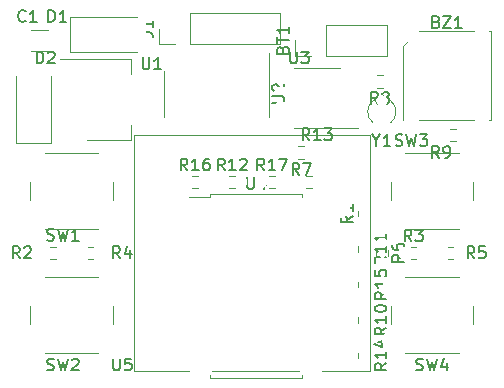
<source format=gto>
G04 #@! TF.GenerationSoftware,KiCad,Pcbnew,5.1.10*
G04 #@! TF.CreationDate,2021-12-26T14:37:38-06:00*
G04 #@! TF.ProjectId,notawatch,6e6f7461-7761-4746-9368-2e6b69636164,1*
G04 #@! TF.SameCoordinates,Original*
G04 #@! TF.FileFunction,Legend,Top*
G04 #@! TF.FilePolarity,Positive*
%FSLAX46Y46*%
G04 Gerber Fmt 4.6, Leading zero omitted, Abs format (unit mm)*
G04 Created by KiCad (PCBNEW 5.1.10) date 2021-12-26 14:37:38*
%MOMM*%
%LPD*%
G01*
G04 APERTURE LIST*
%ADD10C,0.120000*%
%ADD11C,0.150000*%
%ADD12C,0.100000*%
%ADD13R,1.500000X2.700000*%
%ADD14R,2.700000X1.500000*%
%ADD15C,2.000000*%
%ADD16R,2.000000X3.800000*%
%ADD17R,2.000000X1.500000*%
%ADD18C,1.524000*%
%ADD19C,1.000000*%
%ADD20R,1.700000X1.700000*%
%ADD21O,1.700000X1.700000*%
G04 APERTURE END LIST*
D10*
X158750000Y-102750000D02*
X158750000Y-95250000D01*
X158750000Y-95250000D02*
X152500000Y-95250000D01*
X152500000Y-95250000D02*
X151250000Y-96500000D01*
X151250000Y-96500000D02*
X151250000Y-102750000D01*
X151250000Y-102750000D02*
X158750000Y-102750000D01*
X123100000Y-97000000D02*
X128800000Y-97000000D01*
X123100000Y-94000000D02*
X123100000Y-97000000D01*
X128800000Y-94000000D02*
X123100000Y-94000000D01*
X121211252Y-95090000D02*
X119788748Y-95090000D01*
X121211252Y-96910000D02*
X119788748Y-96910000D01*
X118500000Y-99000000D02*
X118500000Y-104700000D01*
X118500000Y-104700000D02*
X121500000Y-104700000D01*
X121500000Y-104700000D02*
X121500000Y-99000000D01*
X148522500Y-110912258D02*
X148522500Y-110437742D01*
X147477500Y-110912258D02*
X147477500Y-110437742D01*
X121437742Y-114522500D02*
X121912258Y-114522500D01*
X121437742Y-113477500D02*
X121912258Y-113477500D01*
X151937742Y-113477500D02*
X152412258Y-113477500D01*
X151937742Y-114522500D02*
X152412258Y-114522500D01*
X125062258Y-113477500D02*
X124587742Y-113477500D01*
X125062258Y-114522500D02*
X124587742Y-114522500D01*
X155562258Y-114522500D02*
X155087742Y-114522500D01*
X155562258Y-113477500D02*
X155087742Y-113477500D01*
X150022500Y-113762742D02*
X150022500Y-114237258D01*
X148977500Y-113762742D02*
X148977500Y-114237258D01*
X142912258Y-106022500D02*
X142437742Y-106022500D01*
X142912258Y-104977500D02*
X142437742Y-104977500D01*
X149562258Y-98977500D02*
X149087742Y-98977500D01*
X149562258Y-100022500D02*
X149087742Y-100022500D01*
X155737258Y-104522500D02*
X155262742Y-104522500D01*
X155737258Y-103477500D02*
X155262742Y-103477500D01*
X147477500Y-119437742D02*
X147477500Y-119912258D01*
X148522500Y-119437742D02*
X148522500Y-119912258D01*
X147477500Y-113437742D02*
X147477500Y-113912258D01*
X148522500Y-113437742D02*
X148522500Y-113912258D01*
X136587742Y-107477500D02*
X137062258Y-107477500D01*
X136587742Y-108522500D02*
X137062258Y-108522500D01*
X143087742Y-107477500D02*
X143562258Y-107477500D01*
X143087742Y-108522500D02*
X143562258Y-108522500D01*
X147477500Y-122437742D02*
X147477500Y-122912258D01*
X148522500Y-122437742D02*
X148522500Y-122912258D01*
X148522500Y-116437742D02*
X148522500Y-116912258D01*
X147477500Y-116437742D02*
X147477500Y-116912258D01*
X133437742Y-108522500D02*
X133912258Y-108522500D01*
X133437742Y-107477500D02*
X133912258Y-107477500D01*
X139937742Y-108522500D02*
X140412258Y-108522500D01*
X139937742Y-107477500D02*
X140412258Y-107477500D01*
X121000000Y-112000000D02*
X125500000Y-112000000D01*
X119750000Y-108000000D02*
X119750000Y-109500000D01*
X125500000Y-105500000D02*
X121000000Y-105500000D01*
X126750000Y-109500000D02*
X126750000Y-108000000D01*
X126750000Y-120000000D02*
X126750000Y-118500000D01*
X125500000Y-116000000D02*
X121000000Y-116000000D01*
X119750000Y-118500000D02*
X119750000Y-120000000D01*
X121000000Y-122500000D02*
X125500000Y-122500000D01*
X157250000Y-109500000D02*
X157250000Y-108000000D01*
X156000000Y-105500000D02*
X151500000Y-105500000D01*
X150250000Y-108000000D02*
X150250000Y-109500000D01*
X151500000Y-112000000D02*
X156000000Y-112000000D01*
X151500000Y-122500000D02*
X156000000Y-122500000D01*
X150250000Y-118500000D02*
X150250000Y-120000000D01*
X156000000Y-116000000D02*
X151500000Y-116000000D01*
X157250000Y-120000000D02*
X157250000Y-118500000D01*
X122250000Y-97590000D02*
X128260000Y-97590000D01*
X124500000Y-104410000D02*
X128260000Y-104410000D01*
X128260000Y-97590000D02*
X128260000Y-98850000D01*
X128260000Y-104410000D02*
X128260000Y-103150000D01*
X139935000Y-100525000D02*
X139935000Y-97075000D01*
X139935000Y-100525000D02*
X139935000Y-102475000D01*
X131065000Y-100525000D02*
X131065000Y-98575000D01*
X131065000Y-100525000D02*
X131065000Y-102475000D01*
X144000000Y-103425000D02*
X147450000Y-103425000D01*
X144000000Y-103425000D02*
X142050000Y-103425000D01*
X144000000Y-98305000D02*
X145950000Y-98305000D01*
X144000000Y-98305000D02*
X142050000Y-98305000D01*
X134990000Y-109240000D02*
X133175000Y-109240000D01*
X134990000Y-108975000D02*
X134990000Y-109240000D01*
X138850000Y-108975000D02*
X134990000Y-108975000D01*
X142710000Y-108975000D02*
X142710000Y-109240000D01*
X138850000Y-108975000D02*
X142710000Y-108975000D01*
X134990000Y-124595000D02*
X134990000Y-124330000D01*
X138850000Y-124595000D02*
X134990000Y-124595000D01*
X142710000Y-124595000D02*
X142710000Y-124330000D01*
X138850000Y-124595000D02*
X142710000Y-124595000D01*
X128500000Y-124000000D02*
X148500000Y-124000000D01*
X148500000Y-124000000D02*
X148500000Y-104000000D01*
X148500000Y-104000000D02*
X128500000Y-104000000D01*
X128500000Y-104000000D02*
X128500000Y-124000000D01*
X148767137Y-101099783D02*
G75*
G03*
X148766856Y-103000000I732863J-950217D01*
G01*
X150232863Y-101099783D02*
G75*
G02*
X150233144Y-103000000I-732863J-950217D01*
G01*
X142170000Y-97330000D02*
X142170000Y-96000000D01*
X143500000Y-97330000D02*
X142170000Y-97330000D01*
X144770000Y-97330000D02*
X144770000Y-94670000D01*
X144770000Y-94670000D02*
X149910000Y-94670000D01*
X144770000Y-97330000D02*
X149910000Y-97330000D01*
X149910000Y-97330000D02*
X149910000Y-94670000D01*
X130630000Y-96330000D02*
X130630000Y-95000000D01*
X131960000Y-96330000D02*
X130630000Y-96330000D01*
X133230000Y-96330000D02*
X133230000Y-93670000D01*
X133230000Y-93670000D02*
X140910000Y-93670000D01*
X133230000Y-96330000D02*
X140910000Y-96330000D01*
X140910000Y-96330000D02*
X140910000Y-93670000D01*
D11*
X154119047Y-94428571D02*
X154261904Y-94476190D01*
X154309523Y-94523809D01*
X154357142Y-94619047D01*
X154357142Y-94761904D01*
X154309523Y-94857142D01*
X154261904Y-94904761D01*
X154166666Y-94952380D01*
X153785714Y-94952380D01*
X153785714Y-93952380D01*
X154119047Y-93952380D01*
X154214285Y-94000000D01*
X154261904Y-94047619D01*
X154309523Y-94142857D01*
X154309523Y-94238095D01*
X154261904Y-94333333D01*
X154214285Y-94380952D01*
X154119047Y-94428571D01*
X153785714Y-94428571D01*
X154690476Y-93952380D02*
X155357142Y-93952380D01*
X154690476Y-94952380D01*
X155357142Y-94952380D01*
X156261904Y-94952380D02*
X155690476Y-94952380D01*
X155976190Y-94952380D02*
X155976190Y-93952380D01*
X155880952Y-94095238D01*
X155785714Y-94190476D01*
X155690476Y-94238095D01*
X121261904Y-94452380D02*
X121261904Y-93452380D01*
X121500000Y-93452380D01*
X121642857Y-93500000D01*
X121738095Y-93595238D01*
X121785714Y-93690476D01*
X121833333Y-93880952D01*
X121833333Y-94023809D01*
X121785714Y-94214285D01*
X121738095Y-94309523D01*
X121642857Y-94404761D01*
X121500000Y-94452380D01*
X121261904Y-94452380D01*
X122785714Y-94452380D02*
X122214285Y-94452380D01*
X122500000Y-94452380D02*
X122500000Y-93452380D01*
X122404761Y-93595238D01*
X122309523Y-93690476D01*
X122214285Y-93738095D01*
X119333333Y-94357142D02*
X119285714Y-94404761D01*
X119142857Y-94452380D01*
X119047619Y-94452380D01*
X118904761Y-94404761D01*
X118809523Y-94309523D01*
X118761904Y-94214285D01*
X118714285Y-94023809D01*
X118714285Y-93880952D01*
X118761904Y-93690476D01*
X118809523Y-93595238D01*
X118904761Y-93500000D01*
X119047619Y-93452380D01*
X119142857Y-93452380D01*
X119285714Y-93500000D01*
X119333333Y-93547619D01*
X120285714Y-94452380D02*
X119714285Y-94452380D01*
X120000000Y-94452380D02*
X120000000Y-93452380D01*
X119904761Y-93595238D01*
X119809523Y-93690476D01*
X119714285Y-93738095D01*
X120261904Y-97952380D02*
X120261904Y-96952380D01*
X120500000Y-96952380D01*
X120642857Y-97000000D01*
X120738095Y-97095238D01*
X120785714Y-97190476D01*
X120833333Y-97380952D01*
X120833333Y-97523809D01*
X120785714Y-97714285D01*
X120738095Y-97809523D01*
X120642857Y-97904761D01*
X120500000Y-97952380D01*
X120261904Y-97952380D01*
X121214285Y-97047619D02*
X121261904Y-97000000D01*
X121357142Y-96952380D01*
X121595238Y-96952380D01*
X121690476Y-97000000D01*
X121738095Y-97047619D01*
X121785714Y-97142857D01*
X121785714Y-97238095D01*
X121738095Y-97380952D01*
X121166666Y-97952380D01*
X121785714Y-97952380D01*
X147022380Y-110841666D02*
X146546190Y-111175000D01*
X147022380Y-111413095D02*
X146022380Y-111413095D01*
X146022380Y-111032142D01*
X146070000Y-110936904D01*
X146117619Y-110889285D01*
X146212857Y-110841666D01*
X146355714Y-110841666D01*
X146450952Y-110889285D01*
X146498571Y-110936904D01*
X146546190Y-111032142D01*
X146546190Y-111413095D01*
X147022380Y-109889285D02*
X147022380Y-110460714D01*
X147022380Y-110175000D02*
X146022380Y-110175000D01*
X146165238Y-110270238D01*
X146260476Y-110365476D01*
X146308095Y-110460714D01*
X118833333Y-114452380D02*
X118500000Y-113976190D01*
X118261904Y-114452380D02*
X118261904Y-113452380D01*
X118642857Y-113452380D01*
X118738095Y-113500000D01*
X118785714Y-113547619D01*
X118833333Y-113642857D01*
X118833333Y-113785714D01*
X118785714Y-113880952D01*
X118738095Y-113928571D01*
X118642857Y-113976190D01*
X118261904Y-113976190D01*
X119214285Y-113547619D02*
X119261904Y-113500000D01*
X119357142Y-113452380D01*
X119595238Y-113452380D01*
X119690476Y-113500000D01*
X119738095Y-113547619D01*
X119785714Y-113642857D01*
X119785714Y-113738095D01*
X119738095Y-113880952D01*
X119166666Y-114452380D01*
X119785714Y-114452380D01*
X152008333Y-113022380D02*
X151675000Y-112546190D01*
X151436904Y-113022380D02*
X151436904Y-112022380D01*
X151817857Y-112022380D01*
X151913095Y-112070000D01*
X151960714Y-112117619D01*
X152008333Y-112212857D01*
X152008333Y-112355714D01*
X151960714Y-112450952D01*
X151913095Y-112498571D01*
X151817857Y-112546190D01*
X151436904Y-112546190D01*
X152341666Y-112022380D02*
X152960714Y-112022380D01*
X152627380Y-112403333D01*
X152770238Y-112403333D01*
X152865476Y-112450952D01*
X152913095Y-112498571D01*
X152960714Y-112593809D01*
X152960714Y-112831904D01*
X152913095Y-112927142D01*
X152865476Y-112974761D01*
X152770238Y-113022380D01*
X152484523Y-113022380D01*
X152389285Y-112974761D01*
X152341666Y-112927142D01*
X127333333Y-114452380D02*
X127000000Y-113976190D01*
X126761904Y-114452380D02*
X126761904Y-113452380D01*
X127142857Y-113452380D01*
X127238095Y-113500000D01*
X127285714Y-113547619D01*
X127333333Y-113642857D01*
X127333333Y-113785714D01*
X127285714Y-113880952D01*
X127238095Y-113928571D01*
X127142857Y-113976190D01*
X126761904Y-113976190D01*
X128190476Y-113785714D02*
X128190476Y-114452380D01*
X127952380Y-113404761D02*
X127714285Y-114119047D01*
X128333333Y-114119047D01*
X157333333Y-114452380D02*
X157000000Y-113976190D01*
X156761904Y-114452380D02*
X156761904Y-113452380D01*
X157142857Y-113452380D01*
X157238095Y-113500000D01*
X157285714Y-113547619D01*
X157333333Y-113642857D01*
X157333333Y-113785714D01*
X157285714Y-113880952D01*
X157238095Y-113928571D01*
X157142857Y-113976190D01*
X156761904Y-113976190D01*
X158238095Y-113452380D02*
X157761904Y-113452380D01*
X157714285Y-113928571D01*
X157761904Y-113880952D01*
X157857142Y-113833333D01*
X158095238Y-113833333D01*
X158190476Y-113880952D01*
X158238095Y-113928571D01*
X158285714Y-114023809D01*
X158285714Y-114261904D01*
X158238095Y-114357142D01*
X158190476Y-114404761D01*
X158095238Y-114452380D01*
X157857142Y-114452380D01*
X157761904Y-114404761D01*
X157714285Y-114357142D01*
X151382380Y-114166666D02*
X150906190Y-114500000D01*
X151382380Y-114738095D02*
X150382380Y-114738095D01*
X150382380Y-114357142D01*
X150430000Y-114261904D01*
X150477619Y-114214285D01*
X150572857Y-114166666D01*
X150715714Y-114166666D01*
X150810952Y-114214285D01*
X150858571Y-114261904D01*
X150906190Y-114357142D01*
X150906190Y-114738095D01*
X150382380Y-113309523D02*
X150382380Y-113500000D01*
X150430000Y-113595238D01*
X150477619Y-113642857D01*
X150620476Y-113738095D01*
X150810952Y-113785714D01*
X151191904Y-113785714D01*
X151287142Y-113738095D01*
X151334761Y-113690476D01*
X151382380Y-113595238D01*
X151382380Y-113404761D01*
X151334761Y-113309523D01*
X151287142Y-113261904D01*
X151191904Y-113214285D01*
X150953809Y-113214285D01*
X150858571Y-113261904D01*
X150810952Y-113309523D01*
X150763333Y-113404761D01*
X150763333Y-113595238D01*
X150810952Y-113690476D01*
X150858571Y-113738095D01*
X150953809Y-113785714D01*
X142508333Y-107382380D02*
X142175000Y-106906190D01*
X141936904Y-107382380D02*
X141936904Y-106382380D01*
X142317857Y-106382380D01*
X142413095Y-106430000D01*
X142460714Y-106477619D01*
X142508333Y-106572857D01*
X142508333Y-106715714D01*
X142460714Y-106810952D01*
X142413095Y-106858571D01*
X142317857Y-106906190D01*
X141936904Y-106906190D01*
X142841666Y-106382380D02*
X143508333Y-106382380D01*
X143079761Y-107382380D01*
X149158333Y-101382380D02*
X148825000Y-100906190D01*
X148586904Y-101382380D02*
X148586904Y-100382380D01*
X148967857Y-100382380D01*
X149063095Y-100430000D01*
X149110714Y-100477619D01*
X149158333Y-100572857D01*
X149158333Y-100715714D01*
X149110714Y-100810952D01*
X149063095Y-100858571D01*
X148967857Y-100906190D01*
X148586904Y-100906190D01*
X149729761Y-100810952D02*
X149634523Y-100763333D01*
X149586904Y-100715714D01*
X149539285Y-100620476D01*
X149539285Y-100572857D01*
X149586904Y-100477619D01*
X149634523Y-100430000D01*
X149729761Y-100382380D01*
X149920238Y-100382380D01*
X150015476Y-100430000D01*
X150063095Y-100477619D01*
X150110714Y-100572857D01*
X150110714Y-100620476D01*
X150063095Y-100715714D01*
X150015476Y-100763333D01*
X149920238Y-100810952D01*
X149729761Y-100810952D01*
X149634523Y-100858571D01*
X149586904Y-100906190D01*
X149539285Y-101001428D01*
X149539285Y-101191904D01*
X149586904Y-101287142D01*
X149634523Y-101334761D01*
X149729761Y-101382380D01*
X149920238Y-101382380D01*
X150015476Y-101334761D01*
X150063095Y-101287142D01*
X150110714Y-101191904D01*
X150110714Y-101001428D01*
X150063095Y-100906190D01*
X150015476Y-100858571D01*
X149920238Y-100810952D01*
X154333333Y-105952380D02*
X154000000Y-105476190D01*
X153761904Y-105952380D02*
X153761904Y-104952380D01*
X154142857Y-104952380D01*
X154238095Y-105000000D01*
X154285714Y-105047619D01*
X154333333Y-105142857D01*
X154333333Y-105285714D01*
X154285714Y-105380952D01*
X154238095Y-105428571D01*
X154142857Y-105476190D01*
X153761904Y-105476190D01*
X154809523Y-105952380D02*
X155000000Y-105952380D01*
X155095238Y-105904761D01*
X155142857Y-105857142D01*
X155238095Y-105714285D01*
X155285714Y-105523809D01*
X155285714Y-105142857D01*
X155238095Y-105047619D01*
X155190476Y-105000000D01*
X155095238Y-104952380D01*
X154904761Y-104952380D01*
X154809523Y-105000000D01*
X154761904Y-105047619D01*
X154714285Y-105142857D01*
X154714285Y-105380952D01*
X154761904Y-105476190D01*
X154809523Y-105523809D01*
X154904761Y-105571428D01*
X155095238Y-105571428D01*
X155190476Y-105523809D01*
X155238095Y-105476190D01*
X155285714Y-105380952D01*
X149882380Y-120317857D02*
X149406190Y-120651190D01*
X149882380Y-120889285D02*
X148882380Y-120889285D01*
X148882380Y-120508333D01*
X148930000Y-120413095D01*
X148977619Y-120365476D01*
X149072857Y-120317857D01*
X149215714Y-120317857D01*
X149310952Y-120365476D01*
X149358571Y-120413095D01*
X149406190Y-120508333D01*
X149406190Y-120889285D01*
X149882380Y-119365476D02*
X149882380Y-119936904D01*
X149882380Y-119651190D02*
X148882380Y-119651190D01*
X149025238Y-119746428D01*
X149120476Y-119841666D01*
X149168095Y-119936904D01*
X148882380Y-118746428D02*
X148882380Y-118651190D01*
X148930000Y-118555952D01*
X148977619Y-118508333D01*
X149072857Y-118460714D01*
X149263333Y-118413095D01*
X149501428Y-118413095D01*
X149691904Y-118460714D01*
X149787142Y-118508333D01*
X149834761Y-118555952D01*
X149882380Y-118651190D01*
X149882380Y-118746428D01*
X149834761Y-118841666D01*
X149787142Y-118889285D01*
X149691904Y-118936904D01*
X149501428Y-118984523D01*
X149263333Y-118984523D01*
X149072857Y-118936904D01*
X148977619Y-118889285D01*
X148930000Y-118841666D01*
X148882380Y-118746428D01*
X149882380Y-114317857D02*
X149406190Y-114651190D01*
X149882380Y-114889285D02*
X148882380Y-114889285D01*
X148882380Y-114508333D01*
X148930000Y-114413095D01*
X148977619Y-114365476D01*
X149072857Y-114317857D01*
X149215714Y-114317857D01*
X149310952Y-114365476D01*
X149358571Y-114413095D01*
X149406190Y-114508333D01*
X149406190Y-114889285D01*
X149882380Y-113365476D02*
X149882380Y-113936904D01*
X149882380Y-113651190D02*
X148882380Y-113651190D01*
X149025238Y-113746428D01*
X149120476Y-113841666D01*
X149168095Y-113936904D01*
X149882380Y-112413095D02*
X149882380Y-112984523D01*
X149882380Y-112698809D02*
X148882380Y-112698809D01*
X149025238Y-112794047D01*
X149120476Y-112889285D01*
X149168095Y-112984523D01*
X136182142Y-107022380D02*
X135848809Y-106546190D01*
X135610714Y-107022380D02*
X135610714Y-106022380D01*
X135991666Y-106022380D01*
X136086904Y-106070000D01*
X136134523Y-106117619D01*
X136182142Y-106212857D01*
X136182142Y-106355714D01*
X136134523Y-106450952D01*
X136086904Y-106498571D01*
X135991666Y-106546190D01*
X135610714Y-106546190D01*
X137134523Y-107022380D02*
X136563095Y-107022380D01*
X136848809Y-107022380D02*
X136848809Y-106022380D01*
X136753571Y-106165238D01*
X136658333Y-106260476D01*
X136563095Y-106308095D01*
X137515476Y-106117619D02*
X137563095Y-106070000D01*
X137658333Y-106022380D01*
X137896428Y-106022380D01*
X137991666Y-106070000D01*
X138039285Y-106117619D01*
X138086904Y-106212857D01*
X138086904Y-106308095D01*
X138039285Y-106450952D01*
X137467857Y-107022380D01*
X138086904Y-107022380D01*
X143357142Y-104452380D02*
X143023809Y-103976190D01*
X142785714Y-104452380D02*
X142785714Y-103452380D01*
X143166666Y-103452380D01*
X143261904Y-103500000D01*
X143309523Y-103547619D01*
X143357142Y-103642857D01*
X143357142Y-103785714D01*
X143309523Y-103880952D01*
X143261904Y-103928571D01*
X143166666Y-103976190D01*
X142785714Y-103976190D01*
X144309523Y-104452380D02*
X143738095Y-104452380D01*
X144023809Y-104452380D02*
X144023809Y-103452380D01*
X143928571Y-103595238D01*
X143833333Y-103690476D01*
X143738095Y-103738095D01*
X144642857Y-103452380D02*
X145261904Y-103452380D01*
X144928571Y-103833333D01*
X145071428Y-103833333D01*
X145166666Y-103880952D01*
X145214285Y-103928571D01*
X145261904Y-104023809D01*
X145261904Y-104261904D01*
X145214285Y-104357142D01*
X145166666Y-104404761D01*
X145071428Y-104452380D01*
X144785714Y-104452380D01*
X144690476Y-104404761D01*
X144642857Y-104357142D01*
X149882380Y-123317857D02*
X149406190Y-123651190D01*
X149882380Y-123889285D02*
X148882380Y-123889285D01*
X148882380Y-123508333D01*
X148930000Y-123413095D01*
X148977619Y-123365476D01*
X149072857Y-123317857D01*
X149215714Y-123317857D01*
X149310952Y-123365476D01*
X149358571Y-123413095D01*
X149406190Y-123508333D01*
X149406190Y-123889285D01*
X149882380Y-122365476D02*
X149882380Y-122936904D01*
X149882380Y-122651190D02*
X148882380Y-122651190D01*
X149025238Y-122746428D01*
X149120476Y-122841666D01*
X149168095Y-122936904D01*
X149215714Y-121508333D02*
X149882380Y-121508333D01*
X148834761Y-121746428D02*
X149549047Y-121984523D01*
X149549047Y-121365476D01*
X149882380Y-117317857D02*
X149406190Y-117651190D01*
X149882380Y-117889285D02*
X148882380Y-117889285D01*
X148882380Y-117508333D01*
X148930000Y-117413095D01*
X148977619Y-117365476D01*
X149072857Y-117317857D01*
X149215714Y-117317857D01*
X149310952Y-117365476D01*
X149358571Y-117413095D01*
X149406190Y-117508333D01*
X149406190Y-117889285D01*
X149882380Y-116365476D02*
X149882380Y-116936904D01*
X149882380Y-116651190D02*
X148882380Y-116651190D01*
X149025238Y-116746428D01*
X149120476Y-116841666D01*
X149168095Y-116936904D01*
X148882380Y-115460714D02*
X148882380Y-115936904D01*
X149358571Y-115984523D01*
X149310952Y-115936904D01*
X149263333Y-115841666D01*
X149263333Y-115603571D01*
X149310952Y-115508333D01*
X149358571Y-115460714D01*
X149453809Y-115413095D01*
X149691904Y-115413095D01*
X149787142Y-115460714D01*
X149834761Y-115508333D01*
X149882380Y-115603571D01*
X149882380Y-115841666D01*
X149834761Y-115936904D01*
X149787142Y-115984523D01*
X133032142Y-107022380D02*
X132698809Y-106546190D01*
X132460714Y-107022380D02*
X132460714Y-106022380D01*
X132841666Y-106022380D01*
X132936904Y-106070000D01*
X132984523Y-106117619D01*
X133032142Y-106212857D01*
X133032142Y-106355714D01*
X132984523Y-106450952D01*
X132936904Y-106498571D01*
X132841666Y-106546190D01*
X132460714Y-106546190D01*
X133984523Y-107022380D02*
X133413095Y-107022380D01*
X133698809Y-107022380D02*
X133698809Y-106022380D01*
X133603571Y-106165238D01*
X133508333Y-106260476D01*
X133413095Y-106308095D01*
X134841666Y-106022380D02*
X134651190Y-106022380D01*
X134555952Y-106070000D01*
X134508333Y-106117619D01*
X134413095Y-106260476D01*
X134365476Y-106450952D01*
X134365476Y-106831904D01*
X134413095Y-106927142D01*
X134460714Y-106974761D01*
X134555952Y-107022380D01*
X134746428Y-107022380D01*
X134841666Y-106974761D01*
X134889285Y-106927142D01*
X134936904Y-106831904D01*
X134936904Y-106593809D01*
X134889285Y-106498571D01*
X134841666Y-106450952D01*
X134746428Y-106403333D01*
X134555952Y-106403333D01*
X134460714Y-106450952D01*
X134413095Y-106498571D01*
X134365476Y-106593809D01*
X139532142Y-107022380D02*
X139198809Y-106546190D01*
X138960714Y-107022380D02*
X138960714Y-106022380D01*
X139341666Y-106022380D01*
X139436904Y-106070000D01*
X139484523Y-106117619D01*
X139532142Y-106212857D01*
X139532142Y-106355714D01*
X139484523Y-106450952D01*
X139436904Y-106498571D01*
X139341666Y-106546190D01*
X138960714Y-106546190D01*
X140484523Y-107022380D02*
X139913095Y-107022380D01*
X140198809Y-107022380D02*
X140198809Y-106022380D01*
X140103571Y-106165238D01*
X140008333Y-106260476D01*
X139913095Y-106308095D01*
X140817857Y-106022380D02*
X141484523Y-106022380D01*
X141055952Y-107022380D01*
X121166666Y-112904761D02*
X121309523Y-112952380D01*
X121547619Y-112952380D01*
X121642857Y-112904761D01*
X121690476Y-112857142D01*
X121738095Y-112761904D01*
X121738095Y-112666666D01*
X121690476Y-112571428D01*
X121642857Y-112523809D01*
X121547619Y-112476190D01*
X121357142Y-112428571D01*
X121261904Y-112380952D01*
X121214285Y-112333333D01*
X121166666Y-112238095D01*
X121166666Y-112142857D01*
X121214285Y-112047619D01*
X121261904Y-112000000D01*
X121357142Y-111952380D01*
X121595238Y-111952380D01*
X121738095Y-112000000D01*
X122071428Y-111952380D02*
X122309523Y-112952380D01*
X122500000Y-112238095D01*
X122690476Y-112952380D01*
X122928571Y-111952380D01*
X123833333Y-112952380D02*
X123261904Y-112952380D01*
X123547619Y-112952380D02*
X123547619Y-111952380D01*
X123452380Y-112095238D01*
X123357142Y-112190476D01*
X123261904Y-112238095D01*
X121166666Y-123904761D02*
X121309523Y-123952380D01*
X121547619Y-123952380D01*
X121642857Y-123904761D01*
X121690476Y-123857142D01*
X121738095Y-123761904D01*
X121738095Y-123666666D01*
X121690476Y-123571428D01*
X121642857Y-123523809D01*
X121547619Y-123476190D01*
X121357142Y-123428571D01*
X121261904Y-123380952D01*
X121214285Y-123333333D01*
X121166666Y-123238095D01*
X121166666Y-123142857D01*
X121214285Y-123047619D01*
X121261904Y-123000000D01*
X121357142Y-122952380D01*
X121595238Y-122952380D01*
X121738095Y-123000000D01*
X122071428Y-122952380D02*
X122309523Y-123952380D01*
X122500000Y-123238095D01*
X122690476Y-123952380D01*
X122928571Y-122952380D01*
X123261904Y-123047619D02*
X123309523Y-123000000D01*
X123404761Y-122952380D01*
X123642857Y-122952380D01*
X123738095Y-123000000D01*
X123785714Y-123047619D01*
X123833333Y-123142857D01*
X123833333Y-123238095D01*
X123785714Y-123380952D01*
X123214285Y-123952380D01*
X123833333Y-123952380D01*
X150666666Y-104904761D02*
X150809523Y-104952380D01*
X151047619Y-104952380D01*
X151142857Y-104904761D01*
X151190476Y-104857142D01*
X151238095Y-104761904D01*
X151238095Y-104666666D01*
X151190476Y-104571428D01*
X151142857Y-104523809D01*
X151047619Y-104476190D01*
X150857142Y-104428571D01*
X150761904Y-104380952D01*
X150714285Y-104333333D01*
X150666666Y-104238095D01*
X150666666Y-104142857D01*
X150714285Y-104047619D01*
X150761904Y-104000000D01*
X150857142Y-103952380D01*
X151095238Y-103952380D01*
X151238095Y-104000000D01*
X151571428Y-103952380D02*
X151809523Y-104952380D01*
X152000000Y-104238095D01*
X152190476Y-104952380D01*
X152428571Y-103952380D01*
X152714285Y-103952380D02*
X153333333Y-103952380D01*
X153000000Y-104333333D01*
X153142857Y-104333333D01*
X153238095Y-104380952D01*
X153285714Y-104428571D01*
X153333333Y-104523809D01*
X153333333Y-104761904D01*
X153285714Y-104857142D01*
X153238095Y-104904761D01*
X153142857Y-104952380D01*
X152857142Y-104952380D01*
X152761904Y-104904761D01*
X152714285Y-104857142D01*
X152416666Y-123904761D02*
X152559523Y-123952380D01*
X152797619Y-123952380D01*
X152892857Y-123904761D01*
X152940476Y-123857142D01*
X152988095Y-123761904D01*
X152988095Y-123666666D01*
X152940476Y-123571428D01*
X152892857Y-123523809D01*
X152797619Y-123476190D01*
X152607142Y-123428571D01*
X152511904Y-123380952D01*
X152464285Y-123333333D01*
X152416666Y-123238095D01*
X152416666Y-123142857D01*
X152464285Y-123047619D01*
X152511904Y-123000000D01*
X152607142Y-122952380D01*
X152845238Y-122952380D01*
X152988095Y-123000000D01*
X153321428Y-122952380D02*
X153559523Y-123952380D01*
X153750000Y-123238095D01*
X153940476Y-123952380D01*
X154178571Y-122952380D01*
X154988095Y-123285714D02*
X154988095Y-123952380D01*
X154750000Y-122904761D02*
X154511904Y-123619047D01*
X155130952Y-123619047D01*
X129238095Y-97452380D02*
X129238095Y-98261904D01*
X129285714Y-98357142D01*
X129333333Y-98404761D01*
X129428571Y-98452380D01*
X129619047Y-98452380D01*
X129714285Y-98404761D01*
X129761904Y-98357142D01*
X129809523Y-98261904D01*
X129809523Y-97452380D01*
X130809523Y-98452380D02*
X130238095Y-98452380D01*
X130523809Y-98452380D02*
X130523809Y-97452380D01*
X130428571Y-97595238D01*
X130333333Y-97690476D01*
X130238095Y-97738095D01*
X140232380Y-101286904D02*
X141041904Y-101286904D01*
X141137142Y-101239285D01*
X141184761Y-101191666D01*
X141232380Y-101096428D01*
X141232380Y-100905952D01*
X141184761Y-100810714D01*
X141137142Y-100763095D01*
X141041904Y-100715476D01*
X140232380Y-100715476D01*
X140327619Y-100286904D02*
X140280000Y-100239285D01*
X140232380Y-100144047D01*
X140232380Y-99905952D01*
X140280000Y-99810714D01*
X140327619Y-99763095D01*
X140422857Y-99715476D01*
X140518095Y-99715476D01*
X140660952Y-99763095D01*
X141232380Y-100334523D01*
X141232380Y-99715476D01*
X141738095Y-96952380D02*
X141738095Y-97761904D01*
X141785714Y-97857142D01*
X141833333Y-97904761D01*
X141928571Y-97952380D01*
X142119047Y-97952380D01*
X142214285Y-97904761D01*
X142261904Y-97857142D01*
X142309523Y-97761904D01*
X142309523Y-96952380D01*
X142690476Y-96952380D02*
X143309523Y-96952380D01*
X142976190Y-97333333D01*
X143119047Y-97333333D01*
X143214285Y-97380952D01*
X143261904Y-97428571D01*
X143309523Y-97523809D01*
X143309523Y-97761904D01*
X143261904Y-97857142D01*
X143214285Y-97904761D01*
X143119047Y-97952380D01*
X142833333Y-97952380D01*
X142738095Y-97904761D01*
X142690476Y-97857142D01*
X138088095Y-107587380D02*
X138088095Y-108396904D01*
X138135714Y-108492142D01*
X138183333Y-108539761D01*
X138278571Y-108587380D01*
X138469047Y-108587380D01*
X138564285Y-108539761D01*
X138611904Y-108492142D01*
X138659523Y-108396904D01*
X138659523Y-107587380D01*
X139564285Y-107920714D02*
X139564285Y-108587380D01*
X139326190Y-107539761D02*
X139088095Y-108254047D01*
X139707142Y-108254047D01*
X126738095Y-122952380D02*
X126738095Y-123761904D01*
X126785714Y-123857142D01*
X126833333Y-123904761D01*
X126928571Y-123952380D01*
X127119047Y-123952380D01*
X127214285Y-123904761D01*
X127261904Y-123857142D01*
X127309523Y-123761904D01*
X127309523Y-122952380D01*
X128261904Y-122952380D02*
X127785714Y-122952380D01*
X127738095Y-123428571D01*
X127785714Y-123380952D01*
X127880952Y-123333333D01*
X128119047Y-123333333D01*
X128214285Y-123380952D01*
X128261904Y-123428571D01*
X128309523Y-123523809D01*
X128309523Y-123761904D01*
X128261904Y-123857142D01*
X128214285Y-123904761D01*
X128119047Y-123952380D01*
X127880952Y-123952380D01*
X127785714Y-123904761D01*
X127738095Y-123857142D01*
X149023809Y-104476190D02*
X149023809Y-104952380D01*
X148690476Y-103952380D02*
X149023809Y-104476190D01*
X149357142Y-103952380D01*
X150214285Y-104952380D02*
X149642857Y-104952380D01*
X149928571Y-104952380D02*
X149928571Y-103952380D01*
X149833333Y-104095238D01*
X149738095Y-104190476D01*
X149642857Y-104238095D01*
X141098571Y-96785714D02*
X141146190Y-96642857D01*
X141193809Y-96595238D01*
X141289047Y-96547619D01*
X141431904Y-96547619D01*
X141527142Y-96595238D01*
X141574761Y-96642857D01*
X141622380Y-96738095D01*
X141622380Y-97119047D01*
X140622380Y-97119047D01*
X140622380Y-96785714D01*
X140670000Y-96690476D01*
X140717619Y-96642857D01*
X140812857Y-96595238D01*
X140908095Y-96595238D01*
X141003333Y-96642857D01*
X141050952Y-96690476D01*
X141098571Y-96785714D01*
X141098571Y-97119047D01*
X140622380Y-96261904D02*
X140622380Y-95690476D01*
X141622380Y-95976190D02*
X140622380Y-95976190D01*
X141622380Y-94833333D02*
X141622380Y-95404761D01*
X141622380Y-95119047D02*
X140622380Y-95119047D01*
X140765238Y-95214285D01*
X140860476Y-95309523D01*
X140908095Y-95404761D01*
X129082380Y-95333333D02*
X129796666Y-95333333D01*
X129939523Y-95380952D01*
X130034761Y-95476190D01*
X130082380Y-95619047D01*
X130082380Y-95714285D01*
X130082380Y-94333333D02*
X130082380Y-94904761D01*
X130082380Y-94619047D02*
X129082380Y-94619047D01*
X129225238Y-94714285D01*
X129320476Y-94809523D01*
X129368095Y-94904761D01*
%LPC*%
D12*
G36*
X157350961Y-94310245D02*
G01*
X157353806Y-94300866D01*
X157358427Y-94292221D01*
X157364645Y-94284645D01*
X157372221Y-94278427D01*
X157380866Y-94273806D01*
X157390245Y-94270961D01*
X157400000Y-94270000D01*
X158550000Y-94270000D01*
X158559755Y-94270961D01*
X158569134Y-94273806D01*
X158577779Y-94278427D01*
X158585355Y-94284645D01*
X158591573Y-94292221D01*
X158596194Y-94300866D01*
X158599039Y-94310245D01*
X158600000Y-94320000D01*
X158600000Y-96100000D01*
X158599039Y-96109755D01*
X158596194Y-96119134D01*
X158591573Y-96127779D01*
X158585355Y-96135355D01*
X158577779Y-96141573D01*
X158569134Y-96146194D01*
X158559755Y-96149039D01*
X158550000Y-96150000D01*
X157400000Y-96150000D01*
X157390245Y-96149039D01*
X157380866Y-96146194D01*
X157372221Y-96141573D01*
X157364645Y-96135355D01*
X157358427Y-96127779D01*
X157353806Y-96119134D01*
X157350961Y-96109755D01*
X157350000Y-96100000D01*
X157350000Y-94320000D01*
X157350961Y-94310245D01*
G37*
G36*
X151400961Y-94310245D02*
G01*
X151403806Y-94300866D01*
X151408427Y-94292221D01*
X151414645Y-94284645D01*
X151422221Y-94278427D01*
X151430866Y-94273806D01*
X151440245Y-94270961D01*
X151450000Y-94270000D01*
X152600000Y-94270000D01*
X152609755Y-94270961D01*
X152619134Y-94273806D01*
X152627779Y-94278427D01*
X152635355Y-94284645D01*
X152641573Y-94292221D01*
X152646194Y-94300866D01*
X152649039Y-94310245D01*
X152650000Y-94320000D01*
X152650000Y-96100000D01*
X152649039Y-96109755D01*
X152646194Y-96119134D01*
X152641573Y-96127779D01*
X152635355Y-96135355D01*
X152627779Y-96141573D01*
X152619134Y-96146194D01*
X152609755Y-96149039D01*
X152600000Y-96150000D01*
X151450000Y-96150000D01*
X151440245Y-96149039D01*
X151430866Y-96146194D01*
X151422221Y-96141573D01*
X151414645Y-96135355D01*
X151408427Y-96127779D01*
X151403806Y-96119134D01*
X151400961Y-96109755D01*
X151400000Y-96100000D01*
X151400000Y-94320000D01*
X151400961Y-94310245D01*
G37*
G36*
X157350961Y-101890245D02*
G01*
X157353806Y-101880866D01*
X157358427Y-101872221D01*
X157364645Y-101864645D01*
X157372221Y-101858427D01*
X157380866Y-101853806D01*
X157390245Y-101850961D01*
X157400000Y-101850000D01*
X158550000Y-101850000D01*
X158559755Y-101850961D01*
X158569134Y-101853806D01*
X158577779Y-101858427D01*
X158585355Y-101864645D01*
X158591573Y-101872221D01*
X158596194Y-101880866D01*
X158599039Y-101890245D01*
X158600000Y-101900000D01*
X158600000Y-103680000D01*
X158599039Y-103689755D01*
X158596194Y-103699134D01*
X158591573Y-103707779D01*
X158585355Y-103715355D01*
X158577779Y-103721573D01*
X158569134Y-103726194D01*
X158559755Y-103729039D01*
X158550000Y-103730000D01*
X157400000Y-103730000D01*
X157390245Y-103729039D01*
X157380866Y-103726194D01*
X157372221Y-103721573D01*
X157364645Y-103715355D01*
X157358427Y-103707779D01*
X157353806Y-103699134D01*
X157350961Y-103689755D01*
X157350000Y-103680000D01*
X157350000Y-101900000D01*
X157350961Y-101890245D01*
G37*
G36*
X151400961Y-101890245D02*
G01*
X151403806Y-101880866D01*
X151408427Y-101872221D01*
X151414645Y-101864645D01*
X151422221Y-101858427D01*
X151430866Y-101853806D01*
X151440245Y-101850961D01*
X151450000Y-101850000D01*
X152600000Y-101850000D01*
X152609755Y-101850961D01*
X152619134Y-101853806D01*
X152627779Y-101858427D01*
X152635355Y-101864645D01*
X152641573Y-101872221D01*
X152646194Y-101880866D01*
X152649039Y-101890245D01*
X152650000Y-101900000D01*
X152650000Y-103680000D01*
X152649039Y-103689755D01*
X152646194Y-103699134D01*
X152641573Y-103707779D01*
X152635355Y-103715355D01*
X152627779Y-103721573D01*
X152619134Y-103726194D01*
X152609755Y-103729039D01*
X152600000Y-103730000D01*
X151450000Y-103730000D01*
X151440245Y-103729039D01*
X151430866Y-103726194D01*
X151422221Y-103721573D01*
X151414645Y-103715355D01*
X151408427Y-103707779D01*
X151403806Y-103699134D01*
X151400961Y-103689755D01*
X151400000Y-103680000D01*
X151400000Y-101900000D01*
X151400961Y-101890245D01*
G37*
D13*
X124000000Y-95500000D03*
X128800000Y-95500000D03*
G36*
G01*
X122550000Y-95349999D02*
X122550000Y-96650001D01*
G75*
G02*
X122300001Y-96900000I-249999J0D01*
G01*
X121649999Y-96900000D01*
G75*
G02*
X121400000Y-96650001I0J249999D01*
G01*
X121400000Y-95349999D01*
G75*
G02*
X121649999Y-95100000I249999J0D01*
G01*
X122300001Y-95100000D01*
G75*
G02*
X122550000Y-95349999I0J-249999D01*
G01*
G37*
G36*
G01*
X119600000Y-95349999D02*
X119600000Y-96650001D01*
G75*
G02*
X119350001Y-96900000I-249999J0D01*
G01*
X118699999Y-96900000D01*
G75*
G02*
X118450000Y-96650001I0J249999D01*
G01*
X118450000Y-95349999D01*
G75*
G02*
X118699999Y-95100000I249999J0D01*
G01*
X119350001Y-95100000D01*
G75*
G02*
X119600000Y-95349999I0J-249999D01*
G01*
G37*
D14*
X120000000Y-99000000D03*
X120000000Y-103800000D03*
G36*
G01*
X148275000Y-111900000D02*
X147725000Y-111900000D01*
G75*
G02*
X147525000Y-111700000I0J200000D01*
G01*
X147525000Y-111300000D01*
G75*
G02*
X147725000Y-111100000I200000J0D01*
G01*
X148275000Y-111100000D01*
G75*
G02*
X148475000Y-111300000I0J-200000D01*
G01*
X148475000Y-111700000D01*
G75*
G02*
X148275000Y-111900000I-200000J0D01*
G01*
G37*
G36*
G01*
X148275000Y-110250000D02*
X147725000Y-110250000D01*
G75*
G02*
X147525000Y-110050000I0J200000D01*
G01*
X147525000Y-109650000D01*
G75*
G02*
X147725000Y-109450000I200000J0D01*
G01*
X148275000Y-109450000D01*
G75*
G02*
X148475000Y-109650000I0J-200000D01*
G01*
X148475000Y-110050000D01*
G75*
G02*
X148275000Y-110250000I-200000J0D01*
G01*
G37*
G36*
G01*
X120450000Y-114275000D02*
X120450000Y-113725000D01*
G75*
G02*
X120650000Y-113525000I200000J0D01*
G01*
X121050000Y-113525000D01*
G75*
G02*
X121250000Y-113725000I0J-200000D01*
G01*
X121250000Y-114275000D01*
G75*
G02*
X121050000Y-114475000I-200000J0D01*
G01*
X120650000Y-114475000D01*
G75*
G02*
X120450000Y-114275000I0J200000D01*
G01*
G37*
G36*
G01*
X122100000Y-114275000D02*
X122100000Y-113725000D01*
G75*
G02*
X122300000Y-113525000I200000J0D01*
G01*
X122700000Y-113525000D01*
G75*
G02*
X122900000Y-113725000I0J-200000D01*
G01*
X122900000Y-114275000D01*
G75*
G02*
X122700000Y-114475000I-200000J0D01*
G01*
X122300000Y-114475000D01*
G75*
G02*
X122100000Y-114275000I0J200000D01*
G01*
G37*
G36*
G01*
X152600000Y-114275000D02*
X152600000Y-113725000D01*
G75*
G02*
X152800000Y-113525000I200000J0D01*
G01*
X153200000Y-113525000D01*
G75*
G02*
X153400000Y-113725000I0J-200000D01*
G01*
X153400000Y-114275000D01*
G75*
G02*
X153200000Y-114475000I-200000J0D01*
G01*
X152800000Y-114475000D01*
G75*
G02*
X152600000Y-114275000I0J200000D01*
G01*
G37*
G36*
G01*
X150950000Y-114275000D02*
X150950000Y-113725000D01*
G75*
G02*
X151150000Y-113525000I200000J0D01*
G01*
X151550000Y-113525000D01*
G75*
G02*
X151750000Y-113725000I0J-200000D01*
G01*
X151750000Y-114275000D01*
G75*
G02*
X151550000Y-114475000I-200000J0D01*
G01*
X151150000Y-114475000D01*
G75*
G02*
X150950000Y-114275000I0J200000D01*
G01*
G37*
G36*
G01*
X126050000Y-113725000D02*
X126050000Y-114275000D01*
G75*
G02*
X125850000Y-114475000I-200000J0D01*
G01*
X125450000Y-114475000D01*
G75*
G02*
X125250000Y-114275000I0J200000D01*
G01*
X125250000Y-113725000D01*
G75*
G02*
X125450000Y-113525000I200000J0D01*
G01*
X125850000Y-113525000D01*
G75*
G02*
X126050000Y-113725000I0J-200000D01*
G01*
G37*
G36*
G01*
X124400000Y-113725000D02*
X124400000Y-114275000D01*
G75*
G02*
X124200000Y-114475000I-200000J0D01*
G01*
X123800000Y-114475000D01*
G75*
G02*
X123600000Y-114275000I0J200000D01*
G01*
X123600000Y-113725000D01*
G75*
G02*
X123800000Y-113525000I200000J0D01*
G01*
X124200000Y-113525000D01*
G75*
G02*
X124400000Y-113725000I0J-200000D01*
G01*
G37*
G36*
G01*
X154900000Y-113725000D02*
X154900000Y-114275000D01*
G75*
G02*
X154700000Y-114475000I-200000J0D01*
G01*
X154300000Y-114475000D01*
G75*
G02*
X154100000Y-114275000I0J200000D01*
G01*
X154100000Y-113725000D01*
G75*
G02*
X154300000Y-113525000I200000J0D01*
G01*
X154700000Y-113525000D01*
G75*
G02*
X154900000Y-113725000I0J-200000D01*
G01*
G37*
G36*
G01*
X156550000Y-113725000D02*
X156550000Y-114275000D01*
G75*
G02*
X156350000Y-114475000I-200000J0D01*
G01*
X155950000Y-114475000D01*
G75*
G02*
X155750000Y-114275000I0J200000D01*
G01*
X155750000Y-113725000D01*
G75*
G02*
X155950000Y-113525000I200000J0D01*
G01*
X156350000Y-113525000D01*
G75*
G02*
X156550000Y-113725000I0J-200000D01*
G01*
G37*
G36*
G01*
X149225000Y-114425000D02*
X149775000Y-114425000D01*
G75*
G02*
X149975000Y-114625000I0J-200000D01*
G01*
X149975000Y-115025000D01*
G75*
G02*
X149775000Y-115225000I-200000J0D01*
G01*
X149225000Y-115225000D01*
G75*
G02*
X149025000Y-115025000I0J200000D01*
G01*
X149025000Y-114625000D01*
G75*
G02*
X149225000Y-114425000I200000J0D01*
G01*
G37*
G36*
G01*
X149225000Y-112775000D02*
X149775000Y-112775000D01*
G75*
G02*
X149975000Y-112975000I0J-200000D01*
G01*
X149975000Y-113375000D01*
G75*
G02*
X149775000Y-113575000I-200000J0D01*
G01*
X149225000Y-113575000D01*
G75*
G02*
X149025000Y-113375000I0J200000D01*
G01*
X149025000Y-112975000D01*
G75*
G02*
X149225000Y-112775000I200000J0D01*
G01*
G37*
G36*
G01*
X142250000Y-105225000D02*
X142250000Y-105775000D01*
G75*
G02*
X142050000Y-105975000I-200000J0D01*
G01*
X141650000Y-105975000D01*
G75*
G02*
X141450000Y-105775000I0J200000D01*
G01*
X141450000Y-105225000D01*
G75*
G02*
X141650000Y-105025000I200000J0D01*
G01*
X142050000Y-105025000D01*
G75*
G02*
X142250000Y-105225000I0J-200000D01*
G01*
G37*
G36*
G01*
X143900000Y-105225000D02*
X143900000Y-105775000D01*
G75*
G02*
X143700000Y-105975000I-200000J0D01*
G01*
X143300000Y-105975000D01*
G75*
G02*
X143100000Y-105775000I0J200000D01*
G01*
X143100000Y-105225000D01*
G75*
G02*
X143300000Y-105025000I200000J0D01*
G01*
X143700000Y-105025000D01*
G75*
G02*
X143900000Y-105225000I0J-200000D01*
G01*
G37*
G36*
G01*
X150550000Y-99225000D02*
X150550000Y-99775000D01*
G75*
G02*
X150350000Y-99975000I-200000J0D01*
G01*
X149950000Y-99975000D01*
G75*
G02*
X149750000Y-99775000I0J200000D01*
G01*
X149750000Y-99225000D01*
G75*
G02*
X149950000Y-99025000I200000J0D01*
G01*
X150350000Y-99025000D01*
G75*
G02*
X150550000Y-99225000I0J-200000D01*
G01*
G37*
G36*
G01*
X148900000Y-99225000D02*
X148900000Y-99775000D01*
G75*
G02*
X148700000Y-99975000I-200000J0D01*
G01*
X148300000Y-99975000D01*
G75*
G02*
X148100000Y-99775000I0J200000D01*
G01*
X148100000Y-99225000D01*
G75*
G02*
X148300000Y-99025000I200000J0D01*
G01*
X148700000Y-99025000D01*
G75*
G02*
X148900000Y-99225000I0J-200000D01*
G01*
G37*
G36*
G01*
X155075000Y-103725000D02*
X155075000Y-104275000D01*
G75*
G02*
X154875000Y-104475000I-200000J0D01*
G01*
X154475000Y-104475000D01*
G75*
G02*
X154275000Y-104275000I0J200000D01*
G01*
X154275000Y-103725000D01*
G75*
G02*
X154475000Y-103525000I200000J0D01*
G01*
X154875000Y-103525000D01*
G75*
G02*
X155075000Y-103725000I0J-200000D01*
G01*
G37*
G36*
G01*
X156725000Y-103725000D02*
X156725000Y-104275000D01*
G75*
G02*
X156525000Y-104475000I-200000J0D01*
G01*
X156125000Y-104475000D01*
G75*
G02*
X155925000Y-104275000I0J200000D01*
G01*
X155925000Y-103725000D01*
G75*
G02*
X156125000Y-103525000I200000J0D01*
G01*
X156525000Y-103525000D01*
G75*
G02*
X156725000Y-103725000I0J-200000D01*
G01*
G37*
G36*
G01*
X147725000Y-118450000D02*
X148275000Y-118450000D01*
G75*
G02*
X148475000Y-118650000I0J-200000D01*
G01*
X148475000Y-119050000D01*
G75*
G02*
X148275000Y-119250000I-200000J0D01*
G01*
X147725000Y-119250000D01*
G75*
G02*
X147525000Y-119050000I0J200000D01*
G01*
X147525000Y-118650000D01*
G75*
G02*
X147725000Y-118450000I200000J0D01*
G01*
G37*
G36*
G01*
X147725000Y-120100000D02*
X148275000Y-120100000D01*
G75*
G02*
X148475000Y-120300000I0J-200000D01*
G01*
X148475000Y-120700000D01*
G75*
G02*
X148275000Y-120900000I-200000J0D01*
G01*
X147725000Y-120900000D01*
G75*
G02*
X147525000Y-120700000I0J200000D01*
G01*
X147525000Y-120300000D01*
G75*
G02*
X147725000Y-120100000I200000J0D01*
G01*
G37*
G36*
G01*
X147725000Y-112450000D02*
X148275000Y-112450000D01*
G75*
G02*
X148475000Y-112650000I0J-200000D01*
G01*
X148475000Y-113050000D01*
G75*
G02*
X148275000Y-113250000I-200000J0D01*
G01*
X147725000Y-113250000D01*
G75*
G02*
X147525000Y-113050000I0J200000D01*
G01*
X147525000Y-112650000D01*
G75*
G02*
X147725000Y-112450000I200000J0D01*
G01*
G37*
G36*
G01*
X147725000Y-114100000D02*
X148275000Y-114100000D01*
G75*
G02*
X148475000Y-114300000I0J-200000D01*
G01*
X148475000Y-114700000D01*
G75*
G02*
X148275000Y-114900000I-200000J0D01*
G01*
X147725000Y-114900000D01*
G75*
G02*
X147525000Y-114700000I0J200000D01*
G01*
X147525000Y-114300000D01*
G75*
G02*
X147725000Y-114100000I200000J0D01*
G01*
G37*
G36*
G01*
X137250000Y-108275000D02*
X137250000Y-107725000D01*
G75*
G02*
X137450000Y-107525000I200000J0D01*
G01*
X137850000Y-107525000D01*
G75*
G02*
X138050000Y-107725000I0J-200000D01*
G01*
X138050000Y-108275000D01*
G75*
G02*
X137850000Y-108475000I-200000J0D01*
G01*
X137450000Y-108475000D01*
G75*
G02*
X137250000Y-108275000I0J200000D01*
G01*
G37*
G36*
G01*
X135600000Y-108275000D02*
X135600000Y-107725000D01*
G75*
G02*
X135800000Y-107525000I200000J0D01*
G01*
X136200000Y-107525000D01*
G75*
G02*
X136400000Y-107725000I0J-200000D01*
G01*
X136400000Y-108275000D01*
G75*
G02*
X136200000Y-108475000I-200000J0D01*
G01*
X135800000Y-108475000D01*
G75*
G02*
X135600000Y-108275000I0J200000D01*
G01*
G37*
G36*
G01*
X143750000Y-108275000D02*
X143750000Y-107725000D01*
G75*
G02*
X143950000Y-107525000I200000J0D01*
G01*
X144350000Y-107525000D01*
G75*
G02*
X144550000Y-107725000I0J-200000D01*
G01*
X144550000Y-108275000D01*
G75*
G02*
X144350000Y-108475000I-200000J0D01*
G01*
X143950000Y-108475000D01*
G75*
G02*
X143750000Y-108275000I0J200000D01*
G01*
G37*
G36*
G01*
X142100000Y-108275000D02*
X142100000Y-107725000D01*
G75*
G02*
X142300000Y-107525000I200000J0D01*
G01*
X142700000Y-107525000D01*
G75*
G02*
X142900000Y-107725000I0J-200000D01*
G01*
X142900000Y-108275000D01*
G75*
G02*
X142700000Y-108475000I-200000J0D01*
G01*
X142300000Y-108475000D01*
G75*
G02*
X142100000Y-108275000I0J200000D01*
G01*
G37*
G36*
G01*
X147725000Y-121450000D02*
X148275000Y-121450000D01*
G75*
G02*
X148475000Y-121650000I0J-200000D01*
G01*
X148475000Y-122050000D01*
G75*
G02*
X148275000Y-122250000I-200000J0D01*
G01*
X147725000Y-122250000D01*
G75*
G02*
X147525000Y-122050000I0J200000D01*
G01*
X147525000Y-121650000D01*
G75*
G02*
X147725000Y-121450000I200000J0D01*
G01*
G37*
G36*
G01*
X147725000Y-123100000D02*
X148275000Y-123100000D01*
G75*
G02*
X148475000Y-123300000I0J-200000D01*
G01*
X148475000Y-123700000D01*
G75*
G02*
X148275000Y-123900000I-200000J0D01*
G01*
X147725000Y-123900000D01*
G75*
G02*
X147525000Y-123700000I0J200000D01*
G01*
X147525000Y-123300000D01*
G75*
G02*
X147725000Y-123100000I200000J0D01*
G01*
G37*
G36*
G01*
X147725000Y-117100000D02*
X148275000Y-117100000D01*
G75*
G02*
X148475000Y-117300000I0J-200000D01*
G01*
X148475000Y-117700000D01*
G75*
G02*
X148275000Y-117900000I-200000J0D01*
G01*
X147725000Y-117900000D01*
G75*
G02*
X147525000Y-117700000I0J200000D01*
G01*
X147525000Y-117300000D01*
G75*
G02*
X147725000Y-117100000I200000J0D01*
G01*
G37*
G36*
G01*
X147725000Y-115450000D02*
X148275000Y-115450000D01*
G75*
G02*
X148475000Y-115650000I0J-200000D01*
G01*
X148475000Y-116050000D01*
G75*
G02*
X148275000Y-116250000I-200000J0D01*
G01*
X147725000Y-116250000D01*
G75*
G02*
X147525000Y-116050000I0J200000D01*
G01*
X147525000Y-115650000D01*
G75*
G02*
X147725000Y-115450000I200000J0D01*
G01*
G37*
G36*
G01*
X132450000Y-108275000D02*
X132450000Y-107725000D01*
G75*
G02*
X132650000Y-107525000I200000J0D01*
G01*
X133050000Y-107525000D01*
G75*
G02*
X133250000Y-107725000I0J-200000D01*
G01*
X133250000Y-108275000D01*
G75*
G02*
X133050000Y-108475000I-200000J0D01*
G01*
X132650000Y-108475000D01*
G75*
G02*
X132450000Y-108275000I0J200000D01*
G01*
G37*
G36*
G01*
X134100000Y-108275000D02*
X134100000Y-107725000D01*
G75*
G02*
X134300000Y-107525000I200000J0D01*
G01*
X134700000Y-107525000D01*
G75*
G02*
X134900000Y-107725000I0J-200000D01*
G01*
X134900000Y-108275000D01*
G75*
G02*
X134700000Y-108475000I-200000J0D01*
G01*
X134300000Y-108475000D01*
G75*
G02*
X134100000Y-108275000I0J200000D01*
G01*
G37*
G36*
G01*
X138950000Y-108275000D02*
X138950000Y-107725000D01*
G75*
G02*
X139150000Y-107525000I200000J0D01*
G01*
X139550000Y-107525000D01*
G75*
G02*
X139750000Y-107725000I0J-200000D01*
G01*
X139750000Y-108275000D01*
G75*
G02*
X139550000Y-108475000I-200000J0D01*
G01*
X139150000Y-108475000D01*
G75*
G02*
X138950000Y-108275000I0J200000D01*
G01*
G37*
G36*
G01*
X140600000Y-108275000D02*
X140600000Y-107725000D01*
G75*
G02*
X140800000Y-107525000I200000J0D01*
G01*
X141200000Y-107525000D01*
G75*
G02*
X141400000Y-107725000I0J-200000D01*
G01*
X141400000Y-108275000D01*
G75*
G02*
X141200000Y-108475000I-200000J0D01*
G01*
X140800000Y-108475000D01*
G75*
G02*
X140600000Y-108275000I0J200000D01*
G01*
G37*
D15*
X126500000Y-106500000D03*
X126500000Y-111000000D03*
X120000000Y-106500000D03*
X120000000Y-111000000D03*
X120000000Y-121500000D03*
X120000000Y-117000000D03*
X126500000Y-121500000D03*
X126500000Y-117000000D03*
X150500000Y-111000000D03*
X150500000Y-106500000D03*
X157000000Y-111000000D03*
X157000000Y-106500000D03*
X157000000Y-117000000D03*
X157000000Y-121500000D03*
X150500000Y-117000000D03*
X150500000Y-121500000D03*
D16*
X129500000Y-101000000D03*
D17*
X123200000Y-101000000D03*
X123200000Y-103300000D03*
X123200000Y-98700000D03*
G36*
G01*
X139160000Y-97075000D02*
X139460000Y-97075000D01*
G75*
G02*
X139610000Y-97225000I0J-150000D01*
G01*
X139610000Y-98875000D01*
G75*
G02*
X139460000Y-99025000I-150000J0D01*
G01*
X139160000Y-99025000D01*
G75*
G02*
X139010000Y-98875000I0J150000D01*
G01*
X139010000Y-97225000D01*
G75*
G02*
X139160000Y-97075000I150000J0D01*
G01*
G37*
G36*
G01*
X137890000Y-97075000D02*
X138190000Y-97075000D01*
G75*
G02*
X138340000Y-97225000I0J-150000D01*
G01*
X138340000Y-98875000D01*
G75*
G02*
X138190000Y-99025000I-150000J0D01*
G01*
X137890000Y-99025000D01*
G75*
G02*
X137740000Y-98875000I0J150000D01*
G01*
X137740000Y-97225000D01*
G75*
G02*
X137890000Y-97075000I150000J0D01*
G01*
G37*
G36*
G01*
X136620000Y-97075000D02*
X136920000Y-97075000D01*
G75*
G02*
X137070000Y-97225000I0J-150000D01*
G01*
X137070000Y-98875000D01*
G75*
G02*
X136920000Y-99025000I-150000J0D01*
G01*
X136620000Y-99025000D01*
G75*
G02*
X136470000Y-98875000I0J150000D01*
G01*
X136470000Y-97225000D01*
G75*
G02*
X136620000Y-97075000I150000J0D01*
G01*
G37*
G36*
G01*
X135350000Y-97075000D02*
X135650000Y-97075000D01*
G75*
G02*
X135800000Y-97225000I0J-150000D01*
G01*
X135800000Y-98875000D01*
G75*
G02*
X135650000Y-99025000I-150000J0D01*
G01*
X135350000Y-99025000D01*
G75*
G02*
X135200000Y-98875000I0J150000D01*
G01*
X135200000Y-97225000D01*
G75*
G02*
X135350000Y-97075000I150000J0D01*
G01*
G37*
G36*
G01*
X134080000Y-97075000D02*
X134380000Y-97075000D01*
G75*
G02*
X134530000Y-97225000I0J-150000D01*
G01*
X134530000Y-98875000D01*
G75*
G02*
X134380000Y-99025000I-150000J0D01*
G01*
X134080000Y-99025000D01*
G75*
G02*
X133930000Y-98875000I0J150000D01*
G01*
X133930000Y-97225000D01*
G75*
G02*
X134080000Y-97075000I150000J0D01*
G01*
G37*
G36*
G01*
X132810000Y-97075000D02*
X133110000Y-97075000D01*
G75*
G02*
X133260000Y-97225000I0J-150000D01*
G01*
X133260000Y-98875000D01*
G75*
G02*
X133110000Y-99025000I-150000J0D01*
G01*
X132810000Y-99025000D01*
G75*
G02*
X132660000Y-98875000I0J150000D01*
G01*
X132660000Y-97225000D01*
G75*
G02*
X132810000Y-97075000I150000J0D01*
G01*
G37*
G36*
G01*
X131540000Y-97075000D02*
X131840000Y-97075000D01*
G75*
G02*
X131990000Y-97225000I0J-150000D01*
G01*
X131990000Y-98875000D01*
G75*
G02*
X131840000Y-99025000I-150000J0D01*
G01*
X131540000Y-99025000D01*
G75*
G02*
X131390000Y-98875000I0J150000D01*
G01*
X131390000Y-97225000D01*
G75*
G02*
X131540000Y-97075000I150000J0D01*
G01*
G37*
G36*
G01*
X131540000Y-102025000D02*
X131840000Y-102025000D01*
G75*
G02*
X131990000Y-102175000I0J-150000D01*
G01*
X131990000Y-103825000D01*
G75*
G02*
X131840000Y-103975000I-150000J0D01*
G01*
X131540000Y-103975000D01*
G75*
G02*
X131390000Y-103825000I0J150000D01*
G01*
X131390000Y-102175000D01*
G75*
G02*
X131540000Y-102025000I150000J0D01*
G01*
G37*
G36*
G01*
X132810000Y-102025000D02*
X133110000Y-102025000D01*
G75*
G02*
X133260000Y-102175000I0J-150000D01*
G01*
X133260000Y-103825000D01*
G75*
G02*
X133110000Y-103975000I-150000J0D01*
G01*
X132810000Y-103975000D01*
G75*
G02*
X132660000Y-103825000I0J150000D01*
G01*
X132660000Y-102175000D01*
G75*
G02*
X132810000Y-102025000I150000J0D01*
G01*
G37*
G36*
G01*
X134080000Y-102025000D02*
X134380000Y-102025000D01*
G75*
G02*
X134530000Y-102175000I0J-150000D01*
G01*
X134530000Y-103825000D01*
G75*
G02*
X134380000Y-103975000I-150000J0D01*
G01*
X134080000Y-103975000D01*
G75*
G02*
X133930000Y-103825000I0J150000D01*
G01*
X133930000Y-102175000D01*
G75*
G02*
X134080000Y-102025000I150000J0D01*
G01*
G37*
G36*
G01*
X135350000Y-102025000D02*
X135650000Y-102025000D01*
G75*
G02*
X135800000Y-102175000I0J-150000D01*
G01*
X135800000Y-103825000D01*
G75*
G02*
X135650000Y-103975000I-150000J0D01*
G01*
X135350000Y-103975000D01*
G75*
G02*
X135200000Y-103825000I0J150000D01*
G01*
X135200000Y-102175000D01*
G75*
G02*
X135350000Y-102025000I150000J0D01*
G01*
G37*
G36*
G01*
X136620000Y-102025000D02*
X136920000Y-102025000D01*
G75*
G02*
X137070000Y-102175000I0J-150000D01*
G01*
X137070000Y-103825000D01*
G75*
G02*
X136920000Y-103975000I-150000J0D01*
G01*
X136620000Y-103975000D01*
G75*
G02*
X136470000Y-103825000I0J150000D01*
G01*
X136470000Y-102175000D01*
G75*
G02*
X136620000Y-102025000I150000J0D01*
G01*
G37*
G36*
G01*
X137890000Y-102025000D02*
X138190000Y-102025000D01*
G75*
G02*
X138340000Y-102175000I0J-150000D01*
G01*
X138340000Y-103825000D01*
G75*
G02*
X138190000Y-103975000I-150000J0D01*
G01*
X137890000Y-103975000D01*
G75*
G02*
X137740000Y-103825000I0J150000D01*
G01*
X137740000Y-102175000D01*
G75*
G02*
X137890000Y-102025000I150000J0D01*
G01*
G37*
G36*
G01*
X139160000Y-102025000D02*
X139460000Y-102025000D01*
G75*
G02*
X139610000Y-102175000I0J-150000D01*
G01*
X139610000Y-103825000D01*
G75*
G02*
X139460000Y-103975000I-150000J0D01*
G01*
X139160000Y-103975000D01*
G75*
G02*
X139010000Y-103825000I0J150000D01*
G01*
X139010000Y-102175000D01*
G75*
G02*
X139160000Y-102025000I150000J0D01*
G01*
G37*
G36*
G01*
X147450000Y-102620000D02*
X147450000Y-102920000D01*
G75*
G02*
X147300000Y-103070000I-150000J0D01*
G01*
X145650000Y-103070000D01*
G75*
G02*
X145500000Y-102920000I0J150000D01*
G01*
X145500000Y-102620000D01*
G75*
G02*
X145650000Y-102470000I150000J0D01*
G01*
X147300000Y-102470000D01*
G75*
G02*
X147450000Y-102620000I0J-150000D01*
G01*
G37*
G36*
G01*
X147450000Y-101350000D02*
X147450000Y-101650000D01*
G75*
G02*
X147300000Y-101800000I-150000J0D01*
G01*
X145650000Y-101800000D01*
G75*
G02*
X145500000Y-101650000I0J150000D01*
G01*
X145500000Y-101350000D01*
G75*
G02*
X145650000Y-101200000I150000J0D01*
G01*
X147300000Y-101200000D01*
G75*
G02*
X147450000Y-101350000I0J-150000D01*
G01*
G37*
G36*
G01*
X147450000Y-100080000D02*
X147450000Y-100380000D01*
G75*
G02*
X147300000Y-100530000I-150000J0D01*
G01*
X145650000Y-100530000D01*
G75*
G02*
X145500000Y-100380000I0J150000D01*
G01*
X145500000Y-100080000D01*
G75*
G02*
X145650000Y-99930000I150000J0D01*
G01*
X147300000Y-99930000D01*
G75*
G02*
X147450000Y-100080000I0J-150000D01*
G01*
G37*
G36*
G01*
X147450000Y-98810000D02*
X147450000Y-99110000D01*
G75*
G02*
X147300000Y-99260000I-150000J0D01*
G01*
X145650000Y-99260000D01*
G75*
G02*
X145500000Y-99110000I0J150000D01*
G01*
X145500000Y-98810000D01*
G75*
G02*
X145650000Y-98660000I150000J0D01*
G01*
X147300000Y-98660000D01*
G75*
G02*
X147450000Y-98810000I0J-150000D01*
G01*
G37*
G36*
G01*
X142500000Y-98810000D02*
X142500000Y-99110000D01*
G75*
G02*
X142350000Y-99260000I-150000J0D01*
G01*
X140700000Y-99260000D01*
G75*
G02*
X140550000Y-99110000I0J150000D01*
G01*
X140550000Y-98810000D01*
G75*
G02*
X140700000Y-98660000I150000J0D01*
G01*
X142350000Y-98660000D01*
G75*
G02*
X142500000Y-98810000I0J-150000D01*
G01*
G37*
G36*
G01*
X142500000Y-100080000D02*
X142500000Y-100380000D01*
G75*
G02*
X142350000Y-100530000I-150000J0D01*
G01*
X140700000Y-100530000D01*
G75*
G02*
X140550000Y-100380000I0J150000D01*
G01*
X140550000Y-100080000D01*
G75*
G02*
X140700000Y-99930000I150000J0D01*
G01*
X142350000Y-99930000D01*
G75*
G02*
X142500000Y-100080000I0J-150000D01*
G01*
G37*
G36*
G01*
X142500000Y-101350000D02*
X142500000Y-101650000D01*
G75*
G02*
X142350000Y-101800000I-150000J0D01*
G01*
X140700000Y-101800000D01*
G75*
G02*
X140550000Y-101650000I0J150000D01*
G01*
X140550000Y-101350000D01*
G75*
G02*
X140700000Y-101200000I150000J0D01*
G01*
X142350000Y-101200000D01*
G75*
G02*
X142500000Y-101350000I0J-150000D01*
G01*
G37*
G36*
G01*
X142500000Y-102620000D02*
X142500000Y-102920000D01*
G75*
G02*
X142350000Y-103070000I-150000J0D01*
G01*
X140700000Y-103070000D01*
G75*
G02*
X140550000Y-102920000I0J150000D01*
G01*
X140550000Y-102620000D01*
G75*
G02*
X140700000Y-102470000I150000J0D01*
G01*
X142350000Y-102470000D01*
G75*
G02*
X142500000Y-102620000I0J-150000D01*
G01*
G37*
G36*
G01*
X133175000Y-109950000D02*
X133175000Y-109650000D01*
G75*
G02*
X133325000Y-109500000I150000J0D01*
G01*
X135075000Y-109500000D01*
G75*
G02*
X135225000Y-109650000I0J-150000D01*
G01*
X135225000Y-109950000D01*
G75*
G02*
X135075000Y-110100000I-150000J0D01*
G01*
X133325000Y-110100000D01*
G75*
G02*
X133175000Y-109950000I0J150000D01*
G01*
G37*
G36*
G01*
X133175000Y-111220000D02*
X133175000Y-110920000D01*
G75*
G02*
X133325000Y-110770000I150000J0D01*
G01*
X135075000Y-110770000D01*
G75*
G02*
X135225000Y-110920000I0J-150000D01*
G01*
X135225000Y-111220000D01*
G75*
G02*
X135075000Y-111370000I-150000J0D01*
G01*
X133325000Y-111370000D01*
G75*
G02*
X133175000Y-111220000I0J150000D01*
G01*
G37*
G36*
G01*
X133175000Y-112490000D02*
X133175000Y-112190000D01*
G75*
G02*
X133325000Y-112040000I150000J0D01*
G01*
X135075000Y-112040000D01*
G75*
G02*
X135225000Y-112190000I0J-150000D01*
G01*
X135225000Y-112490000D01*
G75*
G02*
X135075000Y-112640000I-150000J0D01*
G01*
X133325000Y-112640000D01*
G75*
G02*
X133175000Y-112490000I0J150000D01*
G01*
G37*
G36*
G01*
X133175000Y-113760000D02*
X133175000Y-113460000D01*
G75*
G02*
X133325000Y-113310000I150000J0D01*
G01*
X135075000Y-113310000D01*
G75*
G02*
X135225000Y-113460000I0J-150000D01*
G01*
X135225000Y-113760000D01*
G75*
G02*
X135075000Y-113910000I-150000J0D01*
G01*
X133325000Y-113910000D01*
G75*
G02*
X133175000Y-113760000I0J150000D01*
G01*
G37*
G36*
G01*
X133175000Y-115030000D02*
X133175000Y-114730000D01*
G75*
G02*
X133325000Y-114580000I150000J0D01*
G01*
X135075000Y-114580000D01*
G75*
G02*
X135225000Y-114730000I0J-150000D01*
G01*
X135225000Y-115030000D01*
G75*
G02*
X135075000Y-115180000I-150000J0D01*
G01*
X133325000Y-115180000D01*
G75*
G02*
X133175000Y-115030000I0J150000D01*
G01*
G37*
G36*
G01*
X133175000Y-116300000D02*
X133175000Y-116000000D01*
G75*
G02*
X133325000Y-115850000I150000J0D01*
G01*
X135075000Y-115850000D01*
G75*
G02*
X135225000Y-116000000I0J-150000D01*
G01*
X135225000Y-116300000D01*
G75*
G02*
X135075000Y-116450000I-150000J0D01*
G01*
X133325000Y-116450000D01*
G75*
G02*
X133175000Y-116300000I0J150000D01*
G01*
G37*
G36*
G01*
X133175000Y-117570000D02*
X133175000Y-117270000D01*
G75*
G02*
X133325000Y-117120000I150000J0D01*
G01*
X135075000Y-117120000D01*
G75*
G02*
X135225000Y-117270000I0J-150000D01*
G01*
X135225000Y-117570000D01*
G75*
G02*
X135075000Y-117720000I-150000J0D01*
G01*
X133325000Y-117720000D01*
G75*
G02*
X133175000Y-117570000I0J150000D01*
G01*
G37*
G36*
G01*
X133175000Y-118840000D02*
X133175000Y-118540000D01*
G75*
G02*
X133325000Y-118390000I150000J0D01*
G01*
X135075000Y-118390000D01*
G75*
G02*
X135225000Y-118540000I0J-150000D01*
G01*
X135225000Y-118840000D01*
G75*
G02*
X135075000Y-118990000I-150000J0D01*
G01*
X133325000Y-118990000D01*
G75*
G02*
X133175000Y-118840000I0J150000D01*
G01*
G37*
G36*
G01*
X133175000Y-120110000D02*
X133175000Y-119810000D01*
G75*
G02*
X133325000Y-119660000I150000J0D01*
G01*
X135075000Y-119660000D01*
G75*
G02*
X135225000Y-119810000I0J-150000D01*
G01*
X135225000Y-120110000D01*
G75*
G02*
X135075000Y-120260000I-150000J0D01*
G01*
X133325000Y-120260000D01*
G75*
G02*
X133175000Y-120110000I0J150000D01*
G01*
G37*
G36*
G01*
X133175000Y-121380000D02*
X133175000Y-121080000D01*
G75*
G02*
X133325000Y-120930000I150000J0D01*
G01*
X135075000Y-120930000D01*
G75*
G02*
X135225000Y-121080000I0J-150000D01*
G01*
X135225000Y-121380000D01*
G75*
G02*
X135075000Y-121530000I-150000J0D01*
G01*
X133325000Y-121530000D01*
G75*
G02*
X133175000Y-121380000I0J150000D01*
G01*
G37*
G36*
G01*
X133175000Y-122650000D02*
X133175000Y-122350000D01*
G75*
G02*
X133325000Y-122200000I150000J0D01*
G01*
X135075000Y-122200000D01*
G75*
G02*
X135225000Y-122350000I0J-150000D01*
G01*
X135225000Y-122650000D01*
G75*
G02*
X135075000Y-122800000I-150000J0D01*
G01*
X133325000Y-122800000D01*
G75*
G02*
X133175000Y-122650000I0J150000D01*
G01*
G37*
G36*
G01*
X133175000Y-123920000D02*
X133175000Y-123620000D01*
G75*
G02*
X133325000Y-123470000I150000J0D01*
G01*
X135075000Y-123470000D01*
G75*
G02*
X135225000Y-123620000I0J-150000D01*
G01*
X135225000Y-123920000D01*
G75*
G02*
X135075000Y-124070000I-150000J0D01*
G01*
X133325000Y-124070000D01*
G75*
G02*
X133175000Y-123920000I0J150000D01*
G01*
G37*
G36*
G01*
X142475000Y-123920000D02*
X142475000Y-123620000D01*
G75*
G02*
X142625000Y-123470000I150000J0D01*
G01*
X144375000Y-123470000D01*
G75*
G02*
X144525000Y-123620000I0J-150000D01*
G01*
X144525000Y-123920000D01*
G75*
G02*
X144375000Y-124070000I-150000J0D01*
G01*
X142625000Y-124070000D01*
G75*
G02*
X142475000Y-123920000I0J150000D01*
G01*
G37*
G36*
G01*
X142475000Y-122650000D02*
X142475000Y-122350000D01*
G75*
G02*
X142625000Y-122200000I150000J0D01*
G01*
X144375000Y-122200000D01*
G75*
G02*
X144525000Y-122350000I0J-150000D01*
G01*
X144525000Y-122650000D01*
G75*
G02*
X144375000Y-122800000I-150000J0D01*
G01*
X142625000Y-122800000D01*
G75*
G02*
X142475000Y-122650000I0J150000D01*
G01*
G37*
G36*
G01*
X142475000Y-121380000D02*
X142475000Y-121080000D01*
G75*
G02*
X142625000Y-120930000I150000J0D01*
G01*
X144375000Y-120930000D01*
G75*
G02*
X144525000Y-121080000I0J-150000D01*
G01*
X144525000Y-121380000D01*
G75*
G02*
X144375000Y-121530000I-150000J0D01*
G01*
X142625000Y-121530000D01*
G75*
G02*
X142475000Y-121380000I0J150000D01*
G01*
G37*
G36*
G01*
X142475000Y-120110000D02*
X142475000Y-119810000D01*
G75*
G02*
X142625000Y-119660000I150000J0D01*
G01*
X144375000Y-119660000D01*
G75*
G02*
X144525000Y-119810000I0J-150000D01*
G01*
X144525000Y-120110000D01*
G75*
G02*
X144375000Y-120260000I-150000J0D01*
G01*
X142625000Y-120260000D01*
G75*
G02*
X142475000Y-120110000I0J150000D01*
G01*
G37*
G36*
G01*
X142475000Y-118840000D02*
X142475000Y-118540000D01*
G75*
G02*
X142625000Y-118390000I150000J0D01*
G01*
X144375000Y-118390000D01*
G75*
G02*
X144525000Y-118540000I0J-150000D01*
G01*
X144525000Y-118840000D01*
G75*
G02*
X144375000Y-118990000I-150000J0D01*
G01*
X142625000Y-118990000D01*
G75*
G02*
X142475000Y-118840000I0J150000D01*
G01*
G37*
G36*
G01*
X142475000Y-117570000D02*
X142475000Y-117270000D01*
G75*
G02*
X142625000Y-117120000I150000J0D01*
G01*
X144375000Y-117120000D01*
G75*
G02*
X144525000Y-117270000I0J-150000D01*
G01*
X144525000Y-117570000D01*
G75*
G02*
X144375000Y-117720000I-150000J0D01*
G01*
X142625000Y-117720000D01*
G75*
G02*
X142475000Y-117570000I0J150000D01*
G01*
G37*
G36*
G01*
X142475000Y-116300000D02*
X142475000Y-116000000D01*
G75*
G02*
X142625000Y-115850000I150000J0D01*
G01*
X144375000Y-115850000D01*
G75*
G02*
X144525000Y-116000000I0J-150000D01*
G01*
X144525000Y-116300000D01*
G75*
G02*
X144375000Y-116450000I-150000J0D01*
G01*
X142625000Y-116450000D01*
G75*
G02*
X142475000Y-116300000I0J150000D01*
G01*
G37*
G36*
G01*
X142475000Y-115030000D02*
X142475000Y-114730000D01*
G75*
G02*
X142625000Y-114580000I150000J0D01*
G01*
X144375000Y-114580000D01*
G75*
G02*
X144525000Y-114730000I0J-150000D01*
G01*
X144525000Y-115030000D01*
G75*
G02*
X144375000Y-115180000I-150000J0D01*
G01*
X142625000Y-115180000D01*
G75*
G02*
X142475000Y-115030000I0J150000D01*
G01*
G37*
G36*
G01*
X142475000Y-113760000D02*
X142475000Y-113460000D01*
G75*
G02*
X142625000Y-113310000I150000J0D01*
G01*
X144375000Y-113310000D01*
G75*
G02*
X144525000Y-113460000I0J-150000D01*
G01*
X144525000Y-113760000D01*
G75*
G02*
X144375000Y-113910000I-150000J0D01*
G01*
X142625000Y-113910000D01*
G75*
G02*
X142475000Y-113760000I0J150000D01*
G01*
G37*
G36*
G01*
X142475000Y-112490000D02*
X142475000Y-112190000D01*
G75*
G02*
X142625000Y-112040000I150000J0D01*
G01*
X144375000Y-112040000D01*
G75*
G02*
X144525000Y-112190000I0J-150000D01*
G01*
X144525000Y-112490000D01*
G75*
G02*
X144375000Y-112640000I-150000J0D01*
G01*
X142625000Y-112640000D01*
G75*
G02*
X142475000Y-112490000I0J150000D01*
G01*
G37*
G36*
G01*
X142475000Y-111220000D02*
X142475000Y-110920000D01*
G75*
G02*
X142625000Y-110770000I150000J0D01*
G01*
X144375000Y-110770000D01*
G75*
G02*
X144525000Y-110920000I0J-150000D01*
G01*
X144525000Y-111220000D01*
G75*
G02*
X144375000Y-111370000I-150000J0D01*
G01*
X142625000Y-111370000D01*
G75*
G02*
X142475000Y-111220000I0J150000D01*
G01*
G37*
G36*
G01*
X142475000Y-109950000D02*
X142475000Y-109650000D01*
G75*
G02*
X142625000Y-109500000I150000J0D01*
G01*
X144375000Y-109500000D01*
G75*
G02*
X144525000Y-109650000I0J-150000D01*
G01*
X144525000Y-109950000D01*
G75*
G02*
X144375000Y-110100000I-150000J0D01*
G01*
X142625000Y-110100000D01*
G75*
G02*
X142475000Y-109950000I0J150000D01*
G01*
G37*
D18*
X131000000Y-112750000D03*
X131000000Y-115250000D03*
X131000000Y-110250000D03*
X131000000Y-107750000D03*
X131000000Y-105250000D03*
X131000000Y-117750000D03*
X131000000Y-120250000D03*
X131000000Y-122750000D03*
X146000000Y-112750000D03*
X146000000Y-110250000D03*
X146000000Y-107750000D03*
X146000000Y-105250000D03*
X146000000Y-115250000D03*
X146000000Y-117750000D03*
X146000000Y-120250000D03*
X146000000Y-122750000D03*
D19*
X149500000Y-103000000D03*
X149500000Y-101100000D03*
D20*
X143500000Y-96000000D03*
D21*
X146040000Y-96000000D03*
X148580000Y-96000000D03*
D20*
X131960000Y-95000000D03*
D21*
X134500000Y-95000000D03*
X137040000Y-95000000D03*
X139580000Y-95000000D03*
M02*

</source>
